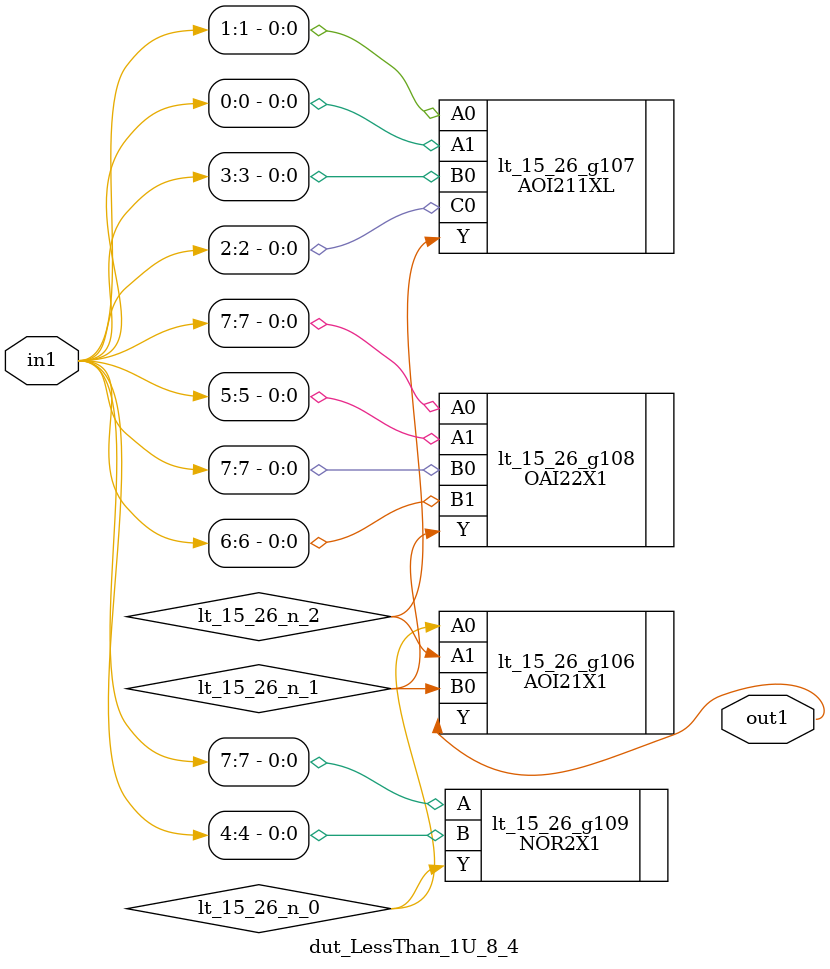
<source format=v>
`timescale 1ps / 1ps


module dut_LessThan_1U_8_4(in1, out1);
  input [7:0] in1;
  output out1;
  wire [7:0] in1;
  wire out1;
  wire lt_15_26_n_0, lt_15_26_n_1, lt_15_26_n_2;
  AOI21X1 lt_15_26_g106(.A0 (lt_15_26_n_0), .A1 (lt_15_26_n_2), .B0
       (lt_15_26_n_1), .Y (out1));
  AOI211XL lt_15_26_g107(.A0 (in1[1]), .A1 (in1[0]), .B0 (in1[3]), .C0
       (in1[2]), .Y (lt_15_26_n_2));
  OAI22X1 lt_15_26_g108(.A0 (in1[7]), .A1 (in1[5]), .B0 (in1[7]), .B1
       (in1[6]), .Y (lt_15_26_n_1));
  NOR2X1 lt_15_26_g109(.A (in1[7]), .B (in1[4]), .Y (lt_15_26_n_0));
endmodule



</source>
